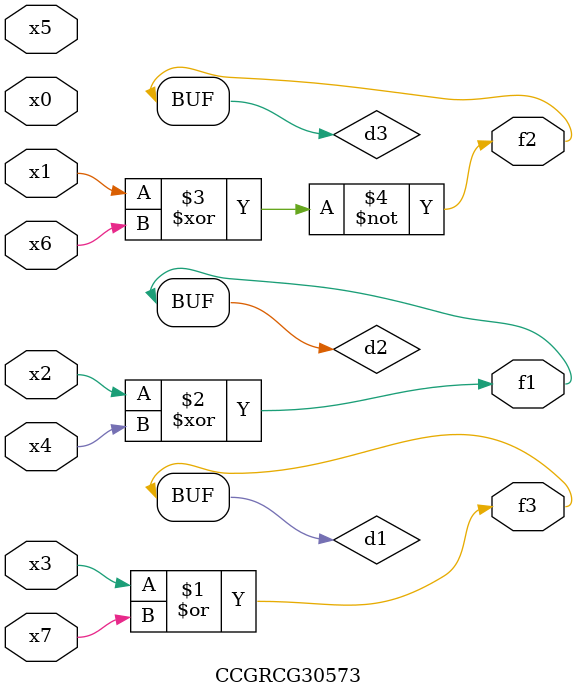
<source format=v>
module CCGRCG30573(
	input x0, x1, x2, x3, x4, x5, x6, x7,
	output f1, f2, f3
);

	wire d1, d2, d3;

	or (d1, x3, x7);
	xor (d2, x2, x4);
	xnor (d3, x1, x6);
	assign f1 = d2;
	assign f2 = d3;
	assign f3 = d1;
endmodule

</source>
